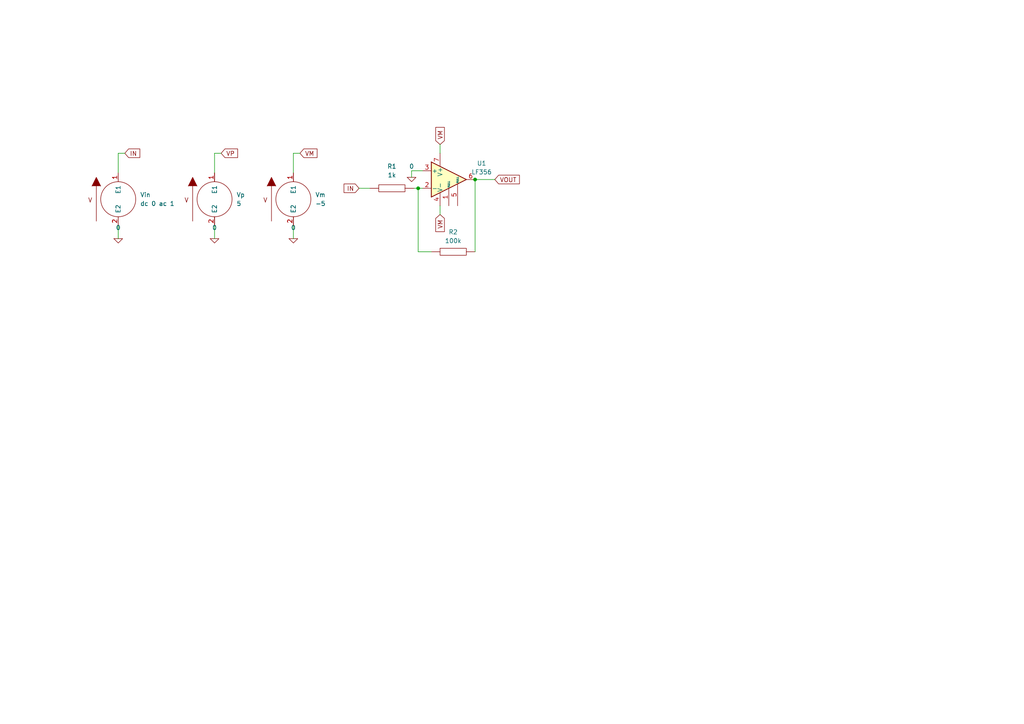
<source format=kicad_sch>
(kicad_sch (version 20211123) (generator eeschema)
  (paper "A4")
  (lib_symbols
    (symbol "Amplifier_Operational:LF356" (pin_names (offset 0.127))
      (property "Reference" "U" (at 0 6.35 0))
      (property "Value" "LF356" (at 0 3.81 0))
      (symbol "LF356_0_1"
        (polyline (pts (xy -5.08 5.08) (xy 5.08 0) (xy -5.08 -5.08) (xy -5.08 5.08)) (stroke (width 0.254)) (fill (type background)))
      )
      (symbol "LF356_1_1"
        (pin input line (at 0 -7.62 90) (length 5.08) (name "NULL") (number "1"))
        (pin input line (at -7.62 -2.54 0) (length 2.54) (name "-") (number "2"))
        (pin input line (at -7.62 2.54 0) (length 2.54) (name "+") (number "3"))
        (pin power_in line (at -2.54 -7.62 90) (length 3.81) (name "V-") (number "4"))
        (pin input line (at 2.54 -7.62 90) (length 6.35) (name "NULL") (number "5"))
        (pin output line (at 7.62 0 180) (length 2.54) (name "~") (number "6"))
        (pin power_in line (at -2.54 7.62 270) (length 3.81) (name "V+") (number "7"))
        (pin no_connect line (at 0 2.54 270) (length 2.54) hide (name "NC") (number "8"))
      )
    )
    (symbol "pspice:0" (power) (pin_names (offset 0))
      (property "Value" "0" (at 0 -1.778 0))
      (symbol "0_0_1"
        (polyline (pts (xy -1.27 0) (xy 0 -1.27) (xy 1.27 0) (xy -1.27 0)))
      )
      (symbol "0_1_1"
        (pin power_in line (at 0 0 0) (length 0) hide (name "0") (number "1"))
      )
    )
    (symbol "pspice:R" (pin_numbers hide) (pin_names (offset 0))
      (property "Reference" "R" (at 2.032 0 90))
      (property "Value" "R" (at 0 0 90))
      (symbol "R_0_1"
        (rectangle (start -1.016 3.81) (end 1.016 -3.81))
      )
      (symbol "R_1_1"
        (pin passive line (at 0 6.35 270) (length 2.54) (name "~") (number "1"))
        (pin passive line (at 0 -6.35 90) (length 2.54) (name "~") (number "2"))
      )
    )
    (symbol "pspice:VSOURCE" (pin_names (offset 1.016))
      (property "Reference" "V" (at -6.35 7.62 0))
      (property "Value" "VSOURCE" (at 0 0 0))
      (symbol "VSOURCE_0_1"
        (polyline (pts (xy -6.35 -6.35) (xy -6.35 3.81)) (fill (type outline)))
        (polyline (pts (xy -7.62 3.81) (xy -6.35 6.35) (xy -5.08 3.81)) (fill (type outline)))
        (circle (center 0 0) (radius 5.08))
        (text "V" (at -8.128 -0.254 0) (effects (font (size 1.27 1.27))))
      )
      (symbol "VSOURCE_1_1"
        (pin input line (at 0 7.62 270) (length 2.54) (name "E1") (number "1"))
        (pin input line (at 0 -7.62 90) (length 2.54) (name "E2") (number "2"))
      )
    )
  )
  (junction (at 121.285 54.61))
  (junction (at 137.795 52.07))
  (wire (pts (xy 104.14 54.61) (xy 107.315 54.61)))
  (wire (pts (xy 34.29 65.405) (xy 34.29 69.215)))
  (wire (pts (xy 85.09 65.405) (xy 85.09 69.215)))
  (wire (pts (xy 119.38 51.435) (xy 119.38 49.53)))
  (wire (pts (xy 125.095 73.025) (xy 121.285 73.025)))
  (wire (pts (xy 62.23 44.45) (xy 62.23 50.165)))
  (wire (pts (xy 121.285 54.61) (xy 122.555 54.61)))
  (wire (pts (xy 121.285 73.025) (xy 121.285 54.61)))
  (wire (pts (xy 62.23 65.405) (xy 62.23 69.215)))
  (wire (pts (xy 64.135 44.45) (xy 62.23 44.45)))
  (wire (pts (xy 127.635 59.69) (xy 127.635 62.23)))
  (wire (pts (xy 119.38 49.53) (xy 122.555 49.53)))
  (wire (pts (xy 34.29 44.45) (xy 34.29 50.165)))
  (wire (pts (xy 137.795 52.07) (xy 143.51 52.07)))
  (wire (pts (xy 85.09 44.45) (xy 85.09 50.165)))
  (wire (pts (xy 86.995 44.45) (xy 85.09 44.45)))
  (wire (pts (xy 127.635 41.91) (xy 127.635 44.45)))
  (wire (pts (xy 137.795 52.07) (xy 137.795 73.025)))
  (wire (pts (xy 36.195 44.45) (xy 34.29 44.45)))
  (wire (pts (xy 120.015 54.61) (xy 121.285 54.61)))
  (global_label "VM" (shape input) (at 127.635 41.91 90) (property "Intersheet References" "${INTERSHEET_REFS}" (effects hide)))
  (global_label "VM" (shape input) (at 127.635 62.23 270) (property "Intersheet References" "${INTERSHEET_REFS}" (effects hide)))
  (global_label "VOUT" (shape input) (at 143.51 52.07 0) (property "Intersheet References" "${INTERSHEET_REFS}" (effects hide)))
  (global_label "VP" (shape input) (at 64.135 44.45 0) (property "Intersheet References" "${INTERSHEET_REFS}" (effects hide)))
  (global_label "IN" (shape input) (at 36.195 44.45 0) (property "Intersheet References" "${INTERSHEET_REFS}" (effects hide)))
  (global_label "IN" (shape input) (at 104.14 54.61 180) (property "Intersheet References" "${INTERSHEET_REFS}" (effects hide)))
  (global_label "VM" (shape input) (at 86.995 44.45 0) (property "Intersheet References" "${INTERSHEET_REFS}" (effects hide)))
  (symbol (lib_id "pspice:R") (at 131.445 73.025 90) (unit 1)
    (property "Reference" "R2" (at 131.445 67.31 90))
    (property "Value" "100k" (at 131.445 69.85 90))
  )
  (symbol (lib_id "pspice:VSOURCE") (at 62.23 57.785 0) (unit 1)
    (property "Reference" "Vp" (at 68.58 56.5149 0) (effects (justify left)))
    (property "Value" "5" (at 68.58 59.0549 0) (effects (justify left)))
  )
  (symbol (lib_id "pspice:0") (at 85.09 69.215 0) (unit 1)
    (property "Reference" "#GND03" (effects hide))
    (property "Value" "0" (at 85.09 66.04 0))
  )
  (symbol (lib_id "pspice:VSOURCE") (at 34.29 57.785 0) (unit 1)
    (property "Reference" "Vin" (at 40.64 56.5149 0) (effects (justify left)))
    (property "Value" "dc 0 ac 1" (at 40.64 59.0549 0) (effects (justify left)))
    (property "Spice_Primitive" "V" (effects hide))
    (property "Spice_Model" "dc 0 ac 1 sin(0 1 10)" (effects hide))
    (property "Spice_Netlist_Enabled" "Y" (effects hide))
  )
  (symbol (lib_id "Amplifier_Operational:LF356") (at 130.175 52.07 0) (unit 1)
    (property "Reference" "U1" (at 139.7 47.371 0))
    (property "Value" "LF356" (at 139.7 49.911 0))
    (property "Datasheet" "http://www.ti.com/lit/ds/symlink/lf357.pdf" (effects hide))
    (property "Spice_Primitive" "X" (effects hide))
    (property "Spice_Model" "LF356/NS" (effects hide))
    (property "Spice_Netlist_Enabled" "Y" (effects hide))
    (property "Spice_Lib_File" "LF356.MOD" (effects hide))
    (property "Spice_Node_Sequence" "3 2 7 4 6" (effects hide))
  )
  (symbol (lib_id "pspice:0") (at 119.38 51.435 0) (unit 1)
    (property "Reference" "#GND04" (effects hide))
    (property "Value" "0" (at 119.38 48.26 0))
  )
  (symbol (lib_id "pspice:R") (at 113.665 54.61 90) (unit 1)
    (property "Reference" "R1" (at 113.665 48.26 90))
    (property "Value" "1k" (at 113.665 50.8 90))
  )
  (symbol (lib_id "pspice:0") (at 62.23 69.215 0) (unit 1)
    (property "Reference" "#GND02" (effects hide))
    (property "Value" "0" (at 62.23 66.04 0))
  )
  (symbol (lib_id "pspice:VSOURCE") (at 85.09 57.785 0) (unit 1)
    (property "Reference" "Vm" (at 91.44 56.5149 0) (effects (justify left)))
    (property "Value" "-5" (at 91.44 59.0549 0) (effects (justify left)))
  )
  (symbol (lib_id "pspice:0") (at 34.29 69.215 0) (unit 1)
    (property "Reference" "#GND01" (effects hide))
    (property "Value" "0" (at 34.29 66.04 0))
  )
)
</source>
